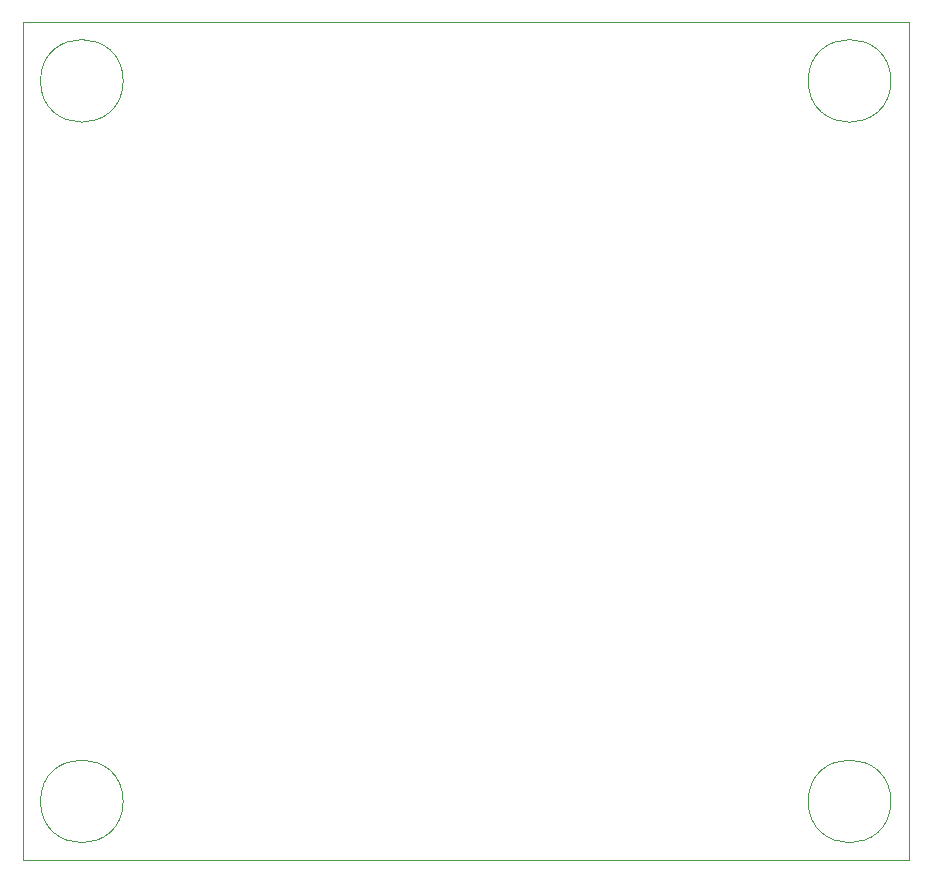
<source format=gm1>
G04 #@! TF.GenerationSoftware,KiCad,Pcbnew,7.0.1*
G04 #@! TF.CreationDate,2023-04-17T10:16:54+08:00*
G04 #@! TF.ProjectId,PCB v2,50434220-7632-42e6-9b69-6361645f7063,rev?*
G04 #@! TF.SameCoordinates,Original*
G04 #@! TF.FileFunction,Profile,NP*
%FSLAX46Y46*%
G04 Gerber Fmt 4.6, Leading zero omitted, Abs format (unit mm)*
G04 Created by KiCad (PCBNEW 7.0.1) date 2023-04-17 10:16:54*
%MOMM*%
%LPD*%
G01*
G04 APERTURE LIST*
G04 #@! TA.AperFunction,Profile*
%ADD10C,0.100000*%
G04 #@! TD*
G04 APERTURE END LIST*
D10*
X175000000Y-27000000D02*
X100000000Y-27000000D01*
X175000000Y-98000000D02*
X175000000Y-27000000D01*
X100000000Y-27000000D02*
X100000000Y-98000000D01*
X108500000Y-93000000D02*
G75*
G03*
X108500000Y-93000000I-3500000J0D01*
G01*
X100000000Y-98000000D02*
X175000000Y-98000000D01*
X173500000Y-32000000D02*
G75*
G03*
X173500000Y-32000000I-3500000J0D01*
G01*
X173500000Y-93000000D02*
G75*
G03*
X173500000Y-93000000I-3500000J0D01*
G01*
X108500000Y-32000000D02*
G75*
G03*
X108500000Y-32000000I-3500000J0D01*
G01*
M02*

</source>
